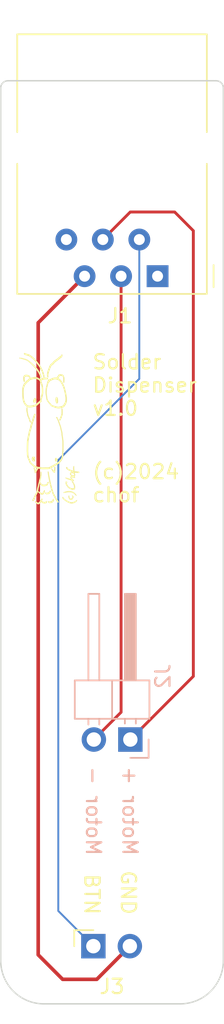
<source format=kicad_pcb>
(kicad_pcb (version 20240108) (generator "pcbnew") (generator_version "8.0")
  (title_block (company "chof.org"))
  (layers (0 "F.Cu" signal) (31 "B.Cu" signal) (34 "B.Paste" user) (35 "F.Paste" user) (36 "B.SilkS" user "B.Silkscreen") (37 "F.SilkS" user "F.Silkscreen") (38 "B.Mask" user) (39 "F.Mask" user) (44 "Edge.Cuts" user))
  (net 0 "")
  (net 1 "BTN")
  (net 2 "Motor_-")
  (net 3 "Motor_+")
  (net 4 "GND")
  (footprint "Chof747_Connectors:Pin_Female_OverBoard_1x02_P2.54mm_Horizontal" (layer "F.Cu") (at 138.34 127.1 90)
    (property "Reference" "J3" (at -2.8 1.3 180) (layer "F.SilkS"))
    (property "Value" "Button")
    (pad "1" thru_hole rect (at 0 0 90) (size 1.7 1.7) (drill 1) (layers "*.Cu" "*.Mask") (net 1 "BTN"))
    (pad "2" thru_hole oval (at 0 2.54 90) (size 1.7 1.7) (drill 1) (layers "*.Cu" "*.Mask") (net 4 "GND"))
  )
  (footprint "Chof747 Logos:LOGO small" (layer "F.Cu") (at 135.099998 91.5)
    (property "Reference" "G***" (hide yes))
    (property "Value" "LOGO" (hide yes))
  )
  (footprint "Chof747 Connectors:RJ12_Amphenol_54601" (layer "F.Cu") (at 142.81 80.65 180)
    (property "Reference" "J1" (at 2.61 -2.75 0) (layer "F.SilkS"))
    (property "Value" "RJ12")
    (pad "" np_thru_hole circle (at -1.91 8.89 180) (size 3.25 3.25) (drill 3.25) (layers "*.Cu" "*.Mask"))
    (pad "" np_thru_hole circle (at 8.25 8.89 180) (size 3.25 3.25) (drill 3.25) (layers "*.Cu" "*.Mask"))
    (pad "1" thru_hole rect (at 0 0 180) (size 1.52 1.52) (drill 0.76) (layers "*.Cu" "*.Mask"))
    (pad "2" thru_hole circle (at 1.27 2.54 180) (size 1.52 1.52) (drill 0.76) (layers "*.Cu" "*.Mask") (net 1 "BTN"))
    (pad "3" thru_hole circle (at 2.54 0 180) (size 1.52 1.52) (drill 0.76) (layers "*.Cu" "*.Mask") (net 2 "Motor_-"))
    (pad "4" thru_hole circle (at 3.81 2.54 180) (size 1.52 1.52) (drill 0.76) (layers "*.Cu" "*.Mask") (net 3 "Motor_+"))
    (pad "5" thru_hole circle (at 5.08 0 180) (size 1.52 1.52) (drill 0.76) (layers "*.Cu" "*.Mask") (net 4 "GND"))
    (pad "6" thru_hole circle (at 6.35 2.54 180) (size 1.52 1.52) (drill 0.76) (layers "*.Cu" "*.Mask"))
  )
  (footprint "Connector_PinHeader_2.54mm:PinHeader_1x02_P2.54mm_Horizontal" (layer "B.Cu") (at 140.915 112.775 90)
    (property "Reference" "J2" (at 4.385 2.27 90) (layer "B.SilkS") (effects (justify mirror)))
    (property "Value" "Motor")
    (pad "1" thru_hole rect (at 0 0 90) (size 1.7 1.7) (drill 1) (layers "*.Cu" "*.Mask") (net 3 "Motor_+"))
    (pad "2" thru_hole oval (at 0 -2.54 90) (size 1.7 1.7) (drill 1) (layers "*.Cu" "*.Mask") (net 2 "Motor_-"))
  )
  (gr_arc (start 131.89 67.6) (mid 132.036447 67.246447) (end 132.39 67.1) (stroke (width 0.1)) (layer "Edge.Cuts"))
  (gr_line (start 144.39 131.1) (end 134.89 131.1) (stroke (width 0.1)) (layer "Edge.Cuts"))
  (gr_line (start 132.39 67.1) (end 146.89 67.1) (stroke (width 0.1)) (layer "Edge.Cuts"))
  (gr_arc (start 146.89 67.1) (mid 147.243553 67.246447) (end 147.39 67.6) (stroke (width 0.1)) (layer "Edge.Cuts"))
  (gr_line (start 147.39 67.6) (end 147.39 128.1) (stroke (width 0.1)) (layer "Edge.Cuts"))
  (gr_line (start 131.89 128.1) (end 131.89 67.6) (stroke (width 0.1)) (layer "Edge.Cuts"))
  (gr_arc (start 147.39 128.1) (mid 146.51132 130.22132) (end 144.39 131.1) (stroke (width 0.1)) (layer "Edge.Cuts"))
  (gr_arc (start 134.89 131.1) (mid 132.76868 130.22132) (end 131.89 128.1) (stroke (width 0.1)) (layer "Edge.Cuts"))
  (gr_text "Motor -" (at 137.76 120.9 -90) (layer "B.SilkS") (effects (font (size 1 1)) (justify left bottom mirror)))
  (gr_text "Motor +" (at 140.3 120.9 -90) (layer "B.SilkS") (effects (font (size 1 1)) (justify left bottom mirror)))
  (gr_text "(c)2024 \nchof" (at 138.199998 96.4 0) (layer "F.SilkS") (effects (font (size 1 1)) (justify left bottom)))
  (gr_text "Solder \nDispenser\nv1.0" (at 138.199998 90.4 0) (layer "F.SilkS") (effects (font (size 1 1)) (justify left bottom)))
  (gr_text "GND" (at 140.1925 121.761905 -90) (layer "F.SilkS") (effects (font (size 1 1)) (justify left bottom)))
  (gr_text "BTN" (at 137.6525 122 -90) (layer "F.SilkS") (effects (font (size 1 1)) (justify left bottom)))
  (segment (start 135.9 93.4) (end 135.9 124.66) (width 0.13) (layer "B.Cu") (net 1))
  (segment (start 135.9 124.66) (end 138.34 127.1) (width 0.13) (layer "B.Cu") (net 1))
  (segment (start 141.54 78.11) (end 141.54 87.76) (width 0.13) (layer "B.Cu") (net 1))
  (segment (start 141.54 87.76) (end 135.9 93.4) (width 0.13) (layer "B.Cu") (net 1))
  (segment (start 140.27 80.65) (end 140.27 110.88) (width 0.2) (layer "F.Cu") (net 2))
  (segment (start 140.27 110.88) (end 138.375 112.775) (width 0.2) (layer "F.Cu") (net 2))
  (segment (start 145.3 77.5) (end 145.3 108.39) (width 0.2) (layer "F.Cu") (net 3))
  (segment (start 139 78.11) (end 140.91 76.2) (width 0.2) (layer "F.Cu") (net 3))
  (segment (start 144 76.2) (end 145.3 77.5) (width 0.2) (layer "F.Cu") (net 3))
  (segment (start 140.91 76.2) (end 144 76.2) (width 0.2) (layer "F.Cu") (net 3))
  (segment (start 145.3 108.39) (end 140.915 112.775) (width 0.2) (layer "F.Cu") (net 3))
  (segment (start 134.5 127.7) (end 136.2 129.4) (width 0.25) (layer "F.Cu") (net 4))
  (segment (start 134.5 83.88) (end 134.5 127.7) (width 0.25) (layer "F.Cu") (net 4))
  (segment (start 136.2 129.4) (end 138.58 129.4) (width 0.25) (layer "F.Cu") (net 4))
  (segment (start 138.58 129.4) (end 140.88 127.1) (width 0.25) (layer "F.Cu") (net 4))
  (segment (start 137.73 80.65) (end 134.5 83.88) (width 0.25) (layer "F.Cu") (net 4))
)
</source>
